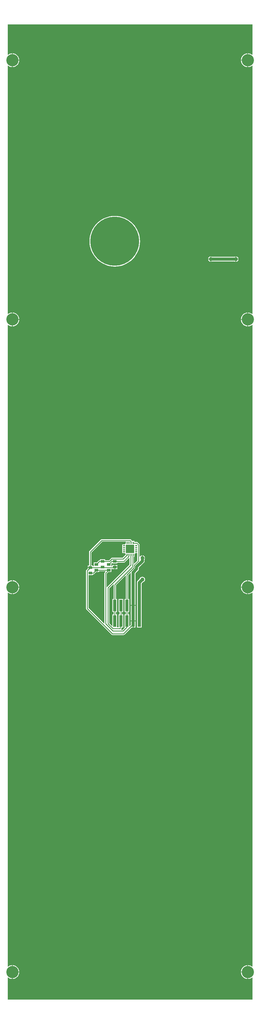
<source format=gbl>
%FSLAX44Y44*%
%MOMM*%
G71*
G01*
G75*
G04 Layer_Physical_Order=2*
G04 Layer_Color=16711680*
%ADD10R,2.5000X6.0000*%
%ADD11R,6.9850X4.0000*%
%ADD12C,1.0000*%
%ADD13C,16.0000*%
%ADD14C,4.0000*%
%ADD15C,1.2700*%
%ADD16R,1.2192X0.8128*%
%ADD17R,1.0200X3.8000*%
%ADD18R,0.3556X0.7620*%
%ADD19R,0.7620X0.3556*%
%ADD20R,2.7940X2.7940*%
%ADD21C,0.2540*%
G36*
X810000Y3091834D02*
X808852Y3091291D01*
X807583Y3092332D01*
X803668Y3094425D01*
X799419Y3095714D01*
X796270Y3096024D01*
Y3073500D01*
Y3050976D01*
X799419Y3051286D01*
X803668Y3052575D01*
X807583Y3054668D01*
X808852Y3055709D01*
X810000Y3055166D01*
Y2246334D01*
X808852Y2245791D01*
X807583Y2246832D01*
X803668Y2248925D01*
X799419Y2250214D01*
X796270Y2250524D01*
Y2228000D01*
Y2205476D01*
X799419Y2205786D01*
X803668Y2207075D01*
X807583Y2209168D01*
X808852Y2210209D01*
X810000Y2209666D01*
Y1373334D01*
X808852Y1372791D01*
X807583Y1373832D01*
X803668Y1375925D01*
X799419Y1377214D01*
X796270Y1377524D01*
Y1355000D01*
Y1332476D01*
X799419Y1332786D01*
X803668Y1334075D01*
X807583Y1336168D01*
X808852Y1337209D01*
X810000Y1336666D01*
Y118334D01*
X808852Y117791D01*
X807583Y118832D01*
X803668Y120925D01*
X799419Y122214D01*
X796270Y122524D01*
Y100000D01*
Y77476D01*
X799419Y77786D01*
X803668Y79075D01*
X807583Y81168D01*
X808852Y82209D01*
X810000Y81666D01*
Y10000D01*
X10000D01*
Y81666D01*
X11148Y82209D01*
X12417Y81168D01*
X16333Y79075D01*
X20582Y77786D01*
X23730Y77476D01*
Y100000D01*
Y122524D01*
X20582Y122214D01*
X16333Y120925D01*
X12417Y118832D01*
X11148Y117791D01*
X10000Y118334D01*
Y1336666D01*
X11148Y1337209D01*
X12417Y1336168D01*
X16333Y1334075D01*
X20582Y1332786D01*
X23730Y1332476D01*
Y1355000D01*
Y1377524D01*
X20582Y1377214D01*
X16333Y1375925D01*
X12417Y1373832D01*
X11148Y1372791D01*
X10000Y1373334D01*
Y2209666D01*
X11148Y2210209D01*
X12417Y2209168D01*
X16333Y2207075D01*
X20582Y2205786D01*
X23730Y2205476D01*
Y2228000D01*
Y2250524D01*
X20582Y2250214D01*
X16333Y2248925D01*
X12417Y2246832D01*
X11148Y2245791D01*
X10000Y2246334D01*
Y3055166D01*
X11148Y3055709D01*
X12417Y3054668D01*
X16333Y3052575D01*
X20582Y3051286D01*
X23730Y3050976D01*
Y3073500D01*
Y3096024D01*
X20582Y3095714D01*
X16333Y3094425D01*
X12417Y3092332D01*
X11148Y3091291D01*
X10000Y3091834D01*
Y3190000D01*
X810000D01*
Y3091834D01*
D02*
G37*
%LPC*%
G36*
X26270Y122524D02*
Y101270D01*
X47524D01*
X47214Y104418D01*
X45925Y108667D01*
X43832Y112583D01*
X41015Y116015D01*
X37583Y118832D01*
X33668Y120925D01*
X29419Y122214D01*
X26270Y122524D01*
D02*
G37*
G36*
X793730D02*
X790582Y122214D01*
X786333Y120925D01*
X782417Y118832D01*
X778985Y116015D01*
X776168Y112583D01*
X774075Y108667D01*
X772786Y104418D01*
X772476Y101270D01*
X793730D01*
Y122524D01*
D02*
G37*
G36*
Y1377524D02*
X790582Y1377214D01*
X786333Y1375925D01*
X782417Y1373832D01*
X778985Y1371015D01*
X776168Y1367583D01*
X774075Y1363667D01*
X772786Y1359419D01*
X772476Y1356270D01*
X793730D01*
Y1377524D01*
D02*
G37*
G36*
X451270Y1458799D02*
Y1451270D01*
X458800D01*
X458661Y1452321D01*
X457765Y1454483D01*
X456340Y1456340D01*
X454483Y1457765D01*
X452321Y1458661D01*
X451270Y1458799D01*
D02*
G37*
G36*
X47524Y98730D02*
X26270D01*
Y77476D01*
X29419Y77786D01*
X33668Y79075D01*
X37583Y81168D01*
X41015Y83985D01*
X43832Y87417D01*
X45925Y91333D01*
X47214Y95581D01*
X47524Y98730D01*
D02*
G37*
G36*
X793730D02*
X772476D01*
X772786Y95581D01*
X774075Y91333D01*
X776168Y87417D01*
X778985Y83985D01*
X782417Y81168D01*
X786333Y79075D01*
X790582Y77786D01*
X793730Y77476D01*
Y98730D01*
D02*
G37*
G36*
X26270Y1377524D02*
Y1356270D01*
X47524D01*
X47214Y1359419D01*
X45925Y1363667D01*
X43832Y1367583D01*
X41015Y1371015D01*
X37583Y1373832D01*
X33668Y1375925D01*
X29419Y1377214D01*
X26270Y1377524D01*
D02*
G37*
G36*
X427640Y1294080D02*
X412360D01*
Y1273810D01*
X412395D01*
Y1266190D01*
X412360D01*
Y1245920D01*
X427640D01*
Y1266190D01*
X427605D01*
Y1273810D01*
X427640D01*
Y1294080D01*
D02*
G37*
G36*
Y1243380D02*
X421270D01*
Y1223110D01*
X427640D01*
Y1243380D01*
D02*
G37*
G36*
X450000Y1388967D02*
X447679Y1388661D01*
X445517Y1387765D01*
X443660Y1386340D01*
X442235Y1384483D01*
X441339Y1382321D01*
X441305Y1382060D01*
X434622Y1375378D01*
X433414Y1373802D01*
X432877Y1372506D01*
X432654Y1371968D01*
X432395Y1370000D01*
Y1316890D01*
X432360D01*
Y1273810D01*
X432395D01*
Y1266190D01*
X432360D01*
Y1223110D01*
X447640D01*
Y1266190D01*
X447605D01*
Y1273810D01*
X447640D01*
Y1316890D01*
X447605D01*
Y1366850D01*
X452060Y1371304D01*
X452321Y1371339D01*
X454483Y1372235D01*
X456340Y1373660D01*
X457765Y1375517D01*
X458661Y1377679D01*
X458967Y1380000D01*
X458661Y1382321D01*
X457765Y1384483D01*
X456340Y1386340D01*
X454483Y1387765D01*
X452321Y1388661D01*
X450000Y1388967D01*
D02*
G37*
G36*
X793730Y1353730D02*
X772476D01*
X772786Y1350581D01*
X774075Y1346333D01*
X776168Y1342417D01*
X778985Y1338985D01*
X782417Y1336168D01*
X786333Y1334075D01*
X790582Y1332786D01*
X793730Y1332476D01*
Y1353730D01*
D02*
G37*
G36*
X47524D02*
X26270D01*
Y1332476D01*
X29419Y1332786D01*
X33668Y1334075D01*
X37583Y1336168D01*
X41015Y1338985D01*
X43832Y1342417D01*
X45925Y1346333D01*
X47214Y1350581D01*
X47524Y1353730D01*
D02*
G37*
G36*
X410106Y1511190D02*
X317305D01*
X315818Y1510894D01*
X314558Y1510052D01*
X277253Y1472747D01*
X276411Y1471487D01*
X276115Y1470000D01*
Y1425604D01*
X271364D01*
Y1420270D01*
X280000D01*
Y1417730D01*
X271364D01*
Y1415494D01*
X267347Y1411477D01*
X266505Y1410217D01*
X266209Y1408730D01*
Y1284906D01*
X266505Y1283419D01*
X267347Y1282159D01*
X349253Y1200253D01*
X350513Y1199411D01*
X352000Y1199115D01*
X389000D01*
X390487Y1199411D01*
X391747Y1200253D01*
X414604Y1223110D01*
X418730D01*
Y1243380D01*
X412360D01*
Y1231854D01*
X408813Y1228307D01*
X407640Y1228793D01*
Y1266190D01*
X403885D01*
Y1273810D01*
X407640D01*
Y1316890D01*
X403885D01*
Y1394023D01*
X411222Y1401360D01*
X412395Y1400874D01*
Y1316890D01*
X412360D01*
Y1296620D01*
X427640D01*
Y1316890D01*
X427605D01*
Y1400022D01*
X436686Y1409103D01*
X437894Y1410678D01*
X438431Y1411975D01*
X438654Y1412512D01*
X438913Y1414480D01*
Y1418515D01*
X455378Y1434979D01*
X456586Y1436554D01*
X457123Y1437851D01*
X457346Y1438388D01*
X457605Y1440357D01*
Y1445308D01*
X457765Y1445517D01*
X458661Y1447679D01*
X458800Y1448730D01*
X450000D01*
Y1450000D01*
X448730D01*
Y1458799D01*
X447679Y1458661D01*
X445517Y1457765D01*
X443660Y1456340D01*
X442392Y1454689D01*
X441190Y1455097D01*
Y1493106D01*
X440894Y1494593D01*
X440052Y1495853D01*
X434385Y1501520D01*
X433125Y1502362D01*
X431638Y1502658D01*
X424068D01*
Y1506035D01*
X416031D01*
X415927Y1506560D01*
X415085Y1507820D01*
X412853Y1510052D01*
X411593Y1510894D01*
X410106Y1511190D01*
D02*
G37*
G36*
X47524Y2226730D02*
X26270D01*
Y2205476D01*
X29419Y2205786D01*
X33668Y2207075D01*
X37583Y2209168D01*
X41015Y2211985D01*
X43832Y2215417D01*
X45925Y2219333D01*
X47214Y2223581D01*
X47524Y2226730D01*
D02*
G37*
G36*
X754457Y2433799D02*
X753407Y2433661D01*
X751244Y2432765D01*
X751035Y2432605D01*
X678692D01*
X678483Y2432765D01*
X676321Y2433661D01*
X675270Y2433799D01*
Y2425000D01*
Y2416201D01*
X676321Y2416339D01*
X678483Y2417235D01*
X678692Y2417395D01*
X751035D01*
X751244Y2417235D01*
X753407Y2416339D01*
X754457Y2416201D01*
Y2425000D01*
Y2433799D01*
D02*
G37*
G36*
X756998D02*
Y2426270D01*
X764527D01*
X764389Y2427321D01*
X763493Y2429483D01*
X762068Y2431340D01*
X760211Y2432765D01*
X758048Y2433661D01*
X756998Y2433799D01*
D02*
G37*
G36*
X672730D02*
X671679Y2433661D01*
X669517Y2432765D01*
X667660Y2431340D01*
X666235Y2429483D01*
X665339Y2427321D01*
X665201Y2426270D01*
X672730D01*
Y2433799D01*
D02*
G37*
G36*
X47524Y3072230D02*
X26270D01*
Y3050976D01*
X29419Y3051286D01*
X33668Y3052575D01*
X37583Y3054668D01*
X41015Y3057485D01*
X43832Y3060917D01*
X45925Y3064832D01*
X47214Y3069081D01*
X47524Y3072230D01*
D02*
G37*
G36*
X793730Y3096024D02*
X790582Y3095714D01*
X786333Y3094425D01*
X782417Y3092332D01*
X778985Y3089515D01*
X776168Y3086083D01*
X774075Y3082167D01*
X772786Y3077919D01*
X772476Y3074770D01*
X793730D01*
Y3096024D01*
D02*
G37*
G36*
X26270D02*
Y3074770D01*
X47524D01*
X47214Y3077919D01*
X45925Y3082167D01*
X43832Y3086083D01*
X41015Y3089515D01*
X37583Y3092332D01*
X33668Y3094425D01*
X29419Y3095714D01*
X26270Y3096024D01*
D02*
G37*
G36*
X793730Y3072230D02*
X772476D01*
X772786Y3069081D01*
X774075Y3064832D01*
X776168Y3060917D01*
X778985Y3057485D01*
X782417Y3054668D01*
X786333Y3052575D01*
X790582Y3051286D01*
X793730Y3050976D01*
Y3072230D01*
D02*
G37*
G36*
Y2250524D02*
X790582Y2250214D01*
X786333Y2248925D01*
X782417Y2246832D01*
X778985Y2244015D01*
X776168Y2240583D01*
X774075Y2236667D01*
X772786Y2232419D01*
X772476Y2229270D01*
X793730D01*
Y2250524D01*
D02*
G37*
G36*
X26270D02*
Y2229270D01*
X47524D01*
X47214Y2232419D01*
X45925Y2236667D01*
X43832Y2240583D01*
X41015Y2244015D01*
X37583Y2246832D01*
X33668Y2248925D01*
X29419Y2250214D01*
X26270Y2250524D01*
D02*
G37*
G36*
X793730Y2226730D02*
X772476D01*
X772786Y2223581D01*
X774075Y2219333D01*
X776168Y2215417D01*
X778985Y2211985D01*
X782417Y2209168D01*
X786333Y2207075D01*
X790582Y2205786D01*
X793730Y2205476D01*
Y2226730D01*
D02*
G37*
G36*
X360000Y2565640D02*
X351900Y2565242D01*
X343878Y2564052D01*
X336011Y2562081D01*
X328375Y2559349D01*
X321044Y2555882D01*
X314088Y2551712D01*
X307574Y2546881D01*
X301565Y2541435D01*
X296119Y2535426D01*
X291288Y2528912D01*
X287118Y2521956D01*
X283651Y2514625D01*
X280919Y2506989D01*
X278948Y2499122D01*
X277759Y2491100D01*
X277361Y2483000D01*
X277759Y2474900D01*
X278948Y2466878D01*
X280919Y2459011D01*
X283651Y2451375D01*
X287118Y2444044D01*
X291288Y2437088D01*
X296119Y2430574D01*
X301565Y2424565D01*
X307574Y2419119D01*
X314088Y2414288D01*
X321044Y2410118D01*
X328375Y2406651D01*
X336011Y2403919D01*
X343878Y2401948D01*
X351900Y2400758D01*
X360000Y2400361D01*
X368100Y2400758D01*
X376122Y2401948D01*
X383989Y2403919D01*
X391625Y2406651D01*
X398956Y2410118D01*
X405912Y2414288D01*
X412426Y2419119D01*
X418435Y2424565D01*
X423881Y2430574D01*
X428712Y2437088D01*
X432882Y2444044D01*
X436349Y2451375D01*
X439081Y2459011D01*
X441052Y2466878D01*
X442242Y2474900D01*
X442640Y2483000D01*
X442242Y2491100D01*
X441052Y2499122D01*
X439081Y2506989D01*
X436349Y2514625D01*
X432882Y2521956D01*
X428712Y2528912D01*
X423881Y2535426D01*
X418435Y2541435D01*
X412426Y2546881D01*
X405912Y2551712D01*
X398956Y2555882D01*
X391625Y2559349D01*
X383989Y2562081D01*
X376122Y2564052D01*
X368100Y2565242D01*
X360000Y2565640D01*
D02*
G37*
G36*
X764527Y2423730D02*
X756998D01*
Y2416201D01*
X758048Y2416339D01*
X760211Y2417235D01*
X762068Y2418660D01*
X763493Y2420517D01*
X764389Y2422679D01*
X764527Y2423730D01*
D02*
G37*
G36*
X672730D02*
X665201D01*
X665339Y2422679D01*
X666235Y2420517D01*
X667660Y2418660D01*
X669517Y2417235D01*
X671679Y2416339D01*
X672730Y2416201D01*
Y2423730D01*
D02*
G37*
%LPD*%
G36*
X396115Y1391778D02*
Y1316890D01*
X392360D01*
Y1273810D01*
X396115D01*
Y1266190D01*
X392360D01*
Y1223110D01*
X392360Y1223110D01*
X392360D01*
X392435Y1222929D01*
X385391Y1215885D01*
X380886D01*
X380518Y1217100D01*
X380747Y1217253D01*
X381589Y1218513D01*
X381885Y1220000D01*
Y1223110D01*
X387640D01*
Y1266190D01*
X383885D01*
Y1273810D01*
X387640D01*
Y1316890D01*
X372360D01*
Y1273810D01*
X376115D01*
Y1266190D01*
X372360D01*
Y1223885D01*
X367640D01*
Y1266190D01*
X363885D01*
Y1273810D01*
X367640D01*
Y1316890D01*
X363885D01*
Y1361207D01*
X394942Y1392264D01*
X396115Y1391778D01*
D02*
G37*
G36*
X408453Y1450389D02*
Y1428785D01*
X335253Y1355585D01*
X335100Y1355356D01*
X333885Y1355724D01*
Y1399247D01*
X338890Y1404252D01*
X348636D01*
Y1415115D01*
X351364D01*
Y1414252D01*
X358730D01*
Y1420856D01*
Y1427460D01*
X351364D01*
Y1422885D01*
X348636D01*
Y1432142D01*
X350191Y1433697D01*
X351364Y1433211D01*
Y1432396D01*
X368636D01*
Y1435115D01*
X389911D01*
X391398Y1435411D01*
X392658Y1436253D01*
X407280Y1450875D01*
X408453Y1450389D01*
D02*
G37*
G36*
X433420Y1441730D02*
X423896Y1432206D01*
X422723Y1432691D01*
Y1453965D01*
X424068D01*
Y1463490D01*
X426510D01*
Y1465932D01*
X433420D01*
Y1441730D01*
D02*
G37*
G36*
X395932Y1496510D02*
X393490D01*
Y1494068D01*
X383965D01*
Y1485432D01*
Y1478932D01*
Y1472432D01*
Y1465932D01*
X393490D01*
Y1463490D01*
X395932D01*
Y1461491D01*
X385200Y1450759D01*
X350690D01*
X349203Y1450463D01*
X347943Y1449621D01*
X341207Y1442885D01*
X328636D01*
Y1445604D01*
X311364D01*
Y1442885D01*
X310000D01*
X308513Y1442589D01*
X307253Y1441747D01*
X301110Y1435604D01*
X291364D01*
Y1422885D01*
X288636D01*
Y1425604D01*
X283885D01*
Y1468391D01*
X318914Y1503420D01*
X395932D01*
Y1496510D01*
D02*
G37*
G36*
X356345Y1363971D02*
X356115Y1362816D01*
Y1316890D01*
X352360D01*
Y1273810D01*
X356115D01*
Y1266190D01*
X352360D01*
Y1228873D01*
X351187Y1228387D01*
X341885Y1237689D01*
Y1351229D01*
X355225Y1364570D01*
X356345Y1363971D01*
D02*
G37*
G36*
X329448Y1405798D02*
X327253Y1403603D01*
X326411Y1402343D01*
X326115Y1400856D01*
Y1237074D01*
X324944Y1236582D01*
X273979Y1286515D01*
Y1394252D01*
X288636D01*
Y1396971D01*
X290000D01*
X291487Y1397267D01*
X292747Y1398109D01*
X298890Y1404252D01*
X308636D01*
Y1406971D01*
X328962D01*
X329448Y1405798D01*
D02*
G37*
%LPC*%
G36*
X368636Y1419586D02*
X361270D01*
Y1414252D01*
X368636D01*
Y1419586D01*
D02*
G37*
G36*
Y1427460D02*
X361270D01*
Y1422126D01*
X368636D01*
Y1427460D01*
D02*
G37*
%LPD*%
D12*
X420000Y1234000D02*
Y1403172D01*
X431308Y1421665D02*
X450000Y1440357D01*
X431308Y1414480D02*
Y1421665D01*
X420000Y1403172D02*
X431308Y1414480D01*
X450000Y1440357D02*
Y1450000D01*
X440000Y1370000D02*
X450000Y1380000D01*
X440000Y1244650D02*
Y1370000D01*
X674000Y2425000D02*
X755727D01*
D13*
X360000Y2483000D02*
D03*
D14*
X795000Y100000D02*
D03*
Y1355000D02*
D03*
Y2228000D02*
D03*
Y3073500D02*
D03*
X25000Y100000D02*
D03*
Y1355000D02*
D03*
Y2228000D02*
D03*
Y3073500D02*
D03*
D15*
X450000Y1450000D02*
D03*
Y1380000D02*
D03*
X674000Y2425000D02*
D03*
X755727D02*
D03*
D16*
X280000Y1419000D02*
D03*
Y1400856D02*
D03*
X360000Y1439000D02*
D03*
Y1420856D02*
D03*
X340000Y1429000D02*
D03*
Y1410856D02*
D03*
X320000Y1439000D02*
D03*
Y1420856D02*
D03*
X300000Y1429000D02*
D03*
Y1410856D02*
D03*
D17*
X360000Y1295350D02*
D03*
Y1244650D02*
D03*
X380000Y1295350D02*
D03*
Y1244650D02*
D03*
X400000Y1295350D02*
D03*
Y1244650D02*
D03*
X420000Y1295350D02*
D03*
Y1244650D02*
D03*
X440000Y1295350D02*
D03*
Y1244650D02*
D03*
D18*
X419750Y1460315D02*
D03*
X413250D02*
D03*
X406750D02*
D03*
X400250D02*
D03*
Y1499685D02*
D03*
X406750D02*
D03*
X413250D02*
D03*
X419750D02*
D03*
D19*
X390315Y1470250D02*
D03*
Y1476750D02*
D03*
Y1483250D02*
D03*
Y1489750D02*
D03*
X429685D02*
D03*
Y1483250D02*
D03*
Y1476750D02*
D03*
Y1470250D02*
D03*
D20*
X410000Y1480000D02*
D03*
D21*
X412338Y1427176D02*
Y1459403D01*
X338000Y1352838D02*
X412338Y1427176D01*
X360000Y1244650D02*
Y1295350D01*
X380000D02*
Y1297350D01*
Y1246650D02*
Y1295350D01*
X378000Y1244650D02*
X380000Y1246650D01*
X378000Y1220000D02*
Y1244650D01*
X354080Y1220000D02*
X378000D01*
X338000Y1236080D02*
X354080Y1220000D01*
X387000Y1212000D02*
X400000Y1225000D01*
X354000Y1212000D02*
X387000D01*
X330000Y1236000D02*
X354000Y1212000D01*
X389000Y1203000D02*
X420000Y1234000D01*
X352000Y1203000D02*
X389000D01*
X270094Y1284906D02*
X352000Y1203000D01*
X338000Y1236080D02*
Y1352838D01*
X400000Y1225000D02*
Y1395632D01*
X330000Y1236000D02*
Y1400856D01*
X340000Y1410856D01*
X270094Y1284906D02*
Y1408730D01*
X422498Y1425314D02*
X437305Y1440121D01*
X422498Y1418130D02*
Y1425314D01*
X400000Y1395632D02*
X422498Y1418130D01*
X417418Y1427418D02*
X418838Y1428838D01*
X417418Y1420234D02*
Y1427418D01*
X360000Y1362816D02*
X417418Y1420234D01*
X360000Y1295350D02*
Y1362816D01*
X280000Y1470000D02*
X317305Y1507305D01*
X280000Y1419000D02*
Y1470000D01*
X317305Y1507305D02*
X410106D01*
X419750Y1499685D02*
X420662Y1498773D01*
X437305Y1440121D02*
Y1493106D01*
X420662Y1498773D02*
X431638D01*
X437305Y1493106D01*
X280000Y1419000D02*
X358144D01*
X280000Y1418636D02*
Y1419000D01*
X270094Y1408730D02*
X280000Y1418636D01*
X412338Y1459403D02*
X413250Y1460315D01*
X418838Y1428838D02*
Y1459403D01*
X419750Y1460315D01*
X418838Y1500597D02*
X419750Y1499685D01*
X280000Y1400856D02*
Y1403452D01*
X412338Y1500597D02*
X413250Y1499685D01*
X412338Y1500597D02*
Y1505073D01*
X410106Y1507305D02*
X412338Y1505073D01*
X405838Y1459403D02*
X406750Y1460315D01*
X389911Y1439000D02*
X405838Y1454927D01*
X360000Y1439000D02*
X389911D01*
X405838Y1454927D02*
Y1459403D01*
X320000Y1439000D02*
X342816D01*
X386809Y1446874D02*
X400250Y1460315D01*
X350690Y1446874D02*
X386809D01*
X342816Y1439000D02*
X350690Y1446874D01*
X300000Y1410856D02*
X340000D01*
X290000Y1400856D02*
X300000Y1410856D01*
X280000Y1400856D02*
X290000D01*
X358144Y1419000D02*
X360000Y1420856D01*
X340000Y1429000D02*
X350000Y1439000D01*
X360000D01*
X310000D02*
X320000D01*
X300000Y1429000D02*
X310000Y1439000D01*
M02*

</source>
